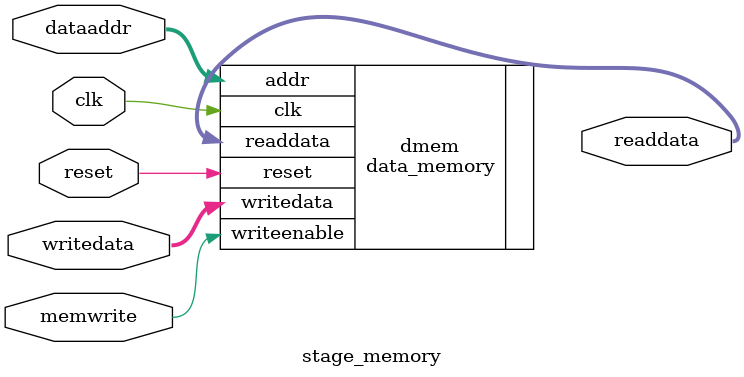
<source format=sv>
module stage_memory (input logic clk,
                     input logic reset,
                     input logic memwrite,
                     input logic [31:0] dataaddr,
                     input logic [31:0] writedata,
                     output logic [31:0] readdata);
                       
    data_memory dmem (.clk(clk),
                      .reset(reset),
                      .addr(dataaddr),
                      .writeenable(memwrite),
                      .writedata(writedata),
                      .readdata(readdata));
endmodule 
</source>
